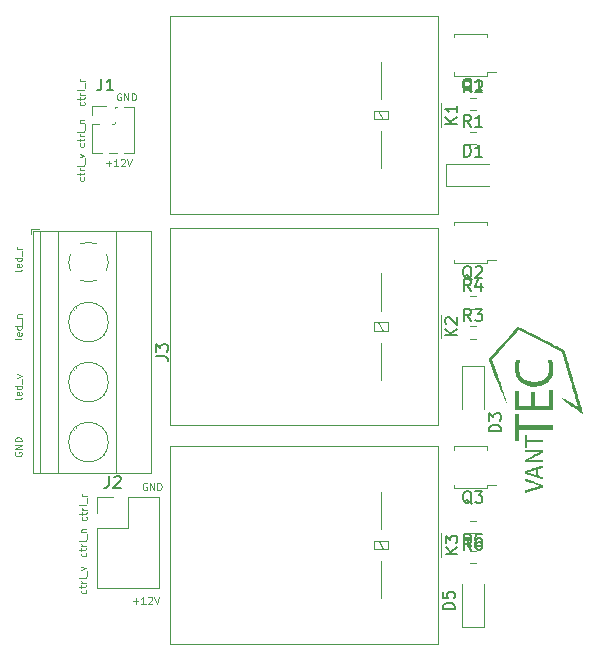
<source format=gbr>
%TF.GenerationSoftware,KiCad,Pcbnew,(6.0.4)*%
%TF.CreationDate,2022-03-29T09:37:11-06:00*%
%TF.ProjectId,luces_status,6c756365-735f-4737-9461-7475732e6b69,rev?*%
%TF.SameCoordinates,Original*%
%TF.FileFunction,Legend,Top*%
%TF.FilePolarity,Positive*%
%FSLAX46Y46*%
G04 Gerber Fmt 4.6, Leading zero omitted, Abs format (unit mm)*
G04 Created by KiCad (PCBNEW (6.0.4)) date 2022-03-29 09:37:11*
%MOMM*%
%LPD*%
G01*
G04 APERTURE LIST*
%ADD10C,0.075000*%
%ADD11C,0.150000*%
%ADD12C,0.120000*%
G04 APERTURE END LIST*
D10*
X162840622Y-66399998D02*
X162869193Y-66457141D01*
X162869193Y-66571426D01*
X162840622Y-66628569D01*
X162812050Y-66657141D01*
X162754907Y-66685712D01*
X162583479Y-66685712D01*
X162526336Y-66657141D01*
X162497765Y-66628569D01*
X162469193Y-66571426D01*
X162469193Y-66457141D01*
X162497765Y-66399998D01*
X162469193Y-66228569D02*
X162469193Y-65999998D01*
X162269193Y-66142855D02*
X162783479Y-66142855D01*
X162840622Y-66114284D01*
X162869193Y-66057141D01*
X162869193Y-65999998D01*
X162869193Y-65799998D02*
X162469193Y-65799998D01*
X162583479Y-65799998D02*
X162526336Y-65771426D01*
X162497765Y-65742855D01*
X162469193Y-65685712D01*
X162469193Y-65628569D01*
X162869193Y-65342855D02*
X162840622Y-65399998D01*
X162783479Y-65428569D01*
X162269193Y-65428569D01*
X162926336Y-65257141D02*
X162926336Y-64799998D01*
X162869193Y-64657141D02*
X162469193Y-64657141D01*
X162583479Y-64657141D02*
X162526336Y-64628569D01*
X162497765Y-64599998D01*
X162469193Y-64542855D01*
X162469193Y-64485712D01*
X162802857Y-72583571D02*
X162831428Y-72640714D01*
X162831428Y-72755000D01*
X162802857Y-72812142D01*
X162774285Y-72840714D01*
X162717142Y-72869285D01*
X162545714Y-72869285D01*
X162488571Y-72840714D01*
X162460000Y-72812142D01*
X162431428Y-72755000D01*
X162431428Y-72640714D01*
X162460000Y-72583571D01*
X162431428Y-72412142D02*
X162431428Y-72183571D01*
X162231428Y-72326428D02*
X162745714Y-72326428D01*
X162802857Y-72297857D01*
X162831428Y-72240714D01*
X162831428Y-72183571D01*
X162831428Y-71983571D02*
X162431428Y-71983571D01*
X162545714Y-71983571D02*
X162488571Y-71955000D01*
X162460000Y-71926428D01*
X162431428Y-71869285D01*
X162431428Y-71812142D01*
X162831428Y-71526428D02*
X162802857Y-71583571D01*
X162745714Y-71612142D01*
X162231428Y-71612142D01*
X162888571Y-71440714D02*
X162888571Y-70983571D01*
X162431428Y-70897857D02*
X162831428Y-70755000D01*
X162431428Y-70612142D01*
X164498317Y-36469977D02*
X164955460Y-36469977D01*
X164726888Y-36698548D02*
X164726888Y-36241405D01*
X165555460Y-36698548D02*
X165212602Y-36698548D01*
X165384031Y-36698548D02*
X165384031Y-36098548D01*
X165326888Y-36184262D01*
X165269745Y-36241405D01*
X165212602Y-36269977D01*
X165784031Y-36155691D02*
X165812602Y-36127120D01*
X165869745Y-36098548D01*
X166012602Y-36098548D01*
X166069745Y-36127120D01*
X166098317Y-36155691D01*
X166126888Y-36212834D01*
X166126888Y-36269977D01*
X166098317Y-36355691D01*
X165755460Y-36698548D01*
X166126888Y-36698548D01*
X166298317Y-36098548D02*
X166498317Y-36698548D01*
X166698317Y-36098548D01*
X157383568Y-45469378D02*
X157354997Y-45526521D01*
X157297854Y-45555092D01*
X156783568Y-45555092D01*
X157354997Y-45012235D02*
X157383568Y-45069378D01*
X157383568Y-45183664D01*
X157354997Y-45240807D01*
X157297854Y-45269378D01*
X157069282Y-45269378D01*
X157012140Y-45240807D01*
X156983568Y-45183664D01*
X156983568Y-45069378D01*
X157012140Y-45012235D01*
X157069282Y-44983664D01*
X157126425Y-44983664D01*
X157183568Y-45269378D01*
X157383568Y-44469378D02*
X156783568Y-44469378D01*
X157354997Y-44469378D02*
X157383568Y-44526521D01*
X157383568Y-44640807D01*
X157354997Y-44697950D01*
X157326425Y-44726521D01*
X157269282Y-44755092D01*
X157097854Y-44755092D01*
X157040711Y-44726521D01*
X157012140Y-44697950D01*
X156983568Y-44640807D01*
X156983568Y-44526521D01*
X157012140Y-44469378D01*
X157440711Y-44326521D02*
X157440711Y-43869378D01*
X157383568Y-43726521D02*
X156983568Y-43726521D01*
X157097854Y-43726521D02*
X157040711Y-43697950D01*
X157012140Y-43669378D01*
X156983568Y-43612235D01*
X156983568Y-43555092D01*
X162802857Y-69451428D02*
X162831428Y-69508571D01*
X162831428Y-69622857D01*
X162802857Y-69680000D01*
X162774285Y-69708571D01*
X162717142Y-69737142D01*
X162545714Y-69737142D01*
X162488571Y-69708571D01*
X162460000Y-69680000D01*
X162431428Y-69622857D01*
X162431428Y-69508571D01*
X162460000Y-69451428D01*
X162431428Y-69280000D02*
X162431428Y-69051428D01*
X162231428Y-69194285D02*
X162745714Y-69194285D01*
X162802857Y-69165714D01*
X162831428Y-69108571D01*
X162831428Y-69051428D01*
X162831428Y-68851428D02*
X162431428Y-68851428D01*
X162545714Y-68851428D02*
X162488571Y-68822857D01*
X162460000Y-68794285D01*
X162431428Y-68737142D01*
X162431428Y-68680000D01*
X162831428Y-68394285D02*
X162802857Y-68451428D01*
X162745714Y-68480000D01*
X162231428Y-68480000D01*
X162888571Y-68308571D02*
X162888571Y-67851428D01*
X162431428Y-67708571D02*
X162831428Y-67708571D01*
X162488571Y-67708571D02*
X162460000Y-67680000D01*
X162431428Y-67622857D01*
X162431428Y-67537142D01*
X162460000Y-67480000D01*
X162517142Y-67451428D01*
X162831428Y-67451428D01*
X165784989Y-30577631D02*
X165727846Y-30549059D01*
X165642132Y-30549059D01*
X165556417Y-30577631D01*
X165499274Y-30634773D01*
X165470703Y-30691916D01*
X165442132Y-30806202D01*
X165442132Y-30891916D01*
X165470703Y-31006202D01*
X165499274Y-31063345D01*
X165556417Y-31120488D01*
X165642132Y-31149059D01*
X165699274Y-31149059D01*
X165784989Y-31120488D01*
X165813560Y-31091916D01*
X165813560Y-30891916D01*
X165699274Y-30891916D01*
X166070703Y-31149059D02*
X166070703Y-30549059D01*
X166413560Y-31149059D01*
X166413560Y-30549059D01*
X166699274Y-31149059D02*
X166699274Y-30549059D01*
X166842132Y-30549059D01*
X166927846Y-30577631D01*
X166984989Y-30634773D01*
X167013560Y-30691916D01*
X167042132Y-30806202D01*
X167042132Y-30891916D01*
X167013560Y-31006202D01*
X166984989Y-31063345D01*
X166927846Y-31120488D01*
X166842132Y-31149059D01*
X166699274Y-31149059D01*
X166801623Y-73526351D02*
X167258766Y-73526351D01*
X167030194Y-73754922D02*
X167030194Y-73297779D01*
X167858766Y-73754922D02*
X167515908Y-73754922D01*
X167687337Y-73754922D02*
X167687337Y-73154922D01*
X167630194Y-73240636D01*
X167573051Y-73297779D01*
X167515908Y-73326351D01*
X168087337Y-73212065D02*
X168115908Y-73183494D01*
X168173051Y-73154922D01*
X168315908Y-73154922D01*
X168373051Y-73183494D01*
X168401623Y-73212065D01*
X168430194Y-73269208D01*
X168430194Y-73326351D01*
X168401623Y-73412065D01*
X168058766Y-73754922D01*
X168430194Y-73754922D01*
X168601623Y-73154922D02*
X168801623Y-73754922D01*
X169001623Y-73154922D01*
X162659245Y-37658571D02*
X162687816Y-37715714D01*
X162687816Y-37830000D01*
X162659245Y-37887142D01*
X162630673Y-37915714D01*
X162573530Y-37944285D01*
X162402102Y-37944285D01*
X162344959Y-37915714D01*
X162316388Y-37887142D01*
X162287816Y-37830000D01*
X162287816Y-37715714D01*
X162316388Y-37658571D01*
X162287816Y-37487142D02*
X162287816Y-37258571D01*
X162087816Y-37401428D02*
X162602102Y-37401428D01*
X162659245Y-37372857D01*
X162687816Y-37315714D01*
X162687816Y-37258571D01*
X162687816Y-37058571D02*
X162287816Y-37058571D01*
X162402102Y-37058571D02*
X162344959Y-37030000D01*
X162316388Y-37001428D01*
X162287816Y-36944285D01*
X162287816Y-36887142D01*
X162687816Y-36601428D02*
X162659245Y-36658571D01*
X162602102Y-36687142D01*
X162087816Y-36687142D01*
X162744959Y-36515714D02*
X162744959Y-36058571D01*
X162287816Y-35972857D02*
X162687816Y-35830000D01*
X162287816Y-35687142D01*
X156812140Y-60930092D02*
X156783568Y-60987235D01*
X156783568Y-61072950D01*
X156812140Y-61158664D01*
X156869282Y-61215807D01*
X156926425Y-61244378D01*
X157040711Y-61272950D01*
X157126425Y-61272950D01*
X157240711Y-61244378D01*
X157297854Y-61215807D01*
X157354997Y-61158664D01*
X157383568Y-61072950D01*
X157383568Y-61015807D01*
X157354997Y-60930092D01*
X157326425Y-60901521D01*
X157126425Y-60901521D01*
X157126425Y-61015807D01*
X157383568Y-60644378D02*
X156783568Y-60644378D01*
X157383568Y-60301521D01*
X156783568Y-60301521D01*
X157383568Y-60015807D02*
X156783568Y-60015807D01*
X156783568Y-59872950D01*
X156812140Y-59787235D01*
X156869282Y-59730092D01*
X156926425Y-59701521D01*
X157040711Y-59672950D01*
X157126425Y-59672950D01*
X157240711Y-59701521D01*
X157297854Y-59730092D01*
X157354997Y-59787235D01*
X157383568Y-59872950D01*
X157383568Y-60015807D01*
X162646810Y-34783123D02*
X162675381Y-34840266D01*
X162675381Y-34954552D01*
X162646810Y-35011695D01*
X162618238Y-35040266D01*
X162561095Y-35068837D01*
X162389667Y-35068837D01*
X162332524Y-35040266D01*
X162303953Y-35011695D01*
X162275381Y-34954552D01*
X162275381Y-34840266D01*
X162303953Y-34783123D01*
X162275381Y-34611695D02*
X162275381Y-34383123D01*
X162075381Y-34525980D02*
X162589667Y-34525980D01*
X162646810Y-34497409D01*
X162675381Y-34440266D01*
X162675381Y-34383123D01*
X162675381Y-34183123D02*
X162275381Y-34183123D01*
X162389667Y-34183123D02*
X162332524Y-34154552D01*
X162303953Y-34125980D01*
X162275381Y-34068837D01*
X162275381Y-34011695D01*
X162675381Y-33725980D02*
X162646810Y-33783123D01*
X162589667Y-33811695D01*
X162075381Y-33811695D01*
X162732524Y-33640266D02*
X162732524Y-33183123D01*
X162275381Y-33040266D02*
X162675381Y-33040266D01*
X162332524Y-33040266D02*
X162303953Y-33011695D01*
X162275381Y-32954552D01*
X162275381Y-32868837D01*
X162303953Y-32811695D01*
X162361095Y-32783123D01*
X162675381Y-32783123D01*
X157383568Y-56307235D02*
X157354997Y-56364378D01*
X157297854Y-56392950D01*
X156783568Y-56392950D01*
X157354997Y-55850092D02*
X157383568Y-55907235D01*
X157383568Y-56021521D01*
X157354997Y-56078664D01*
X157297854Y-56107235D01*
X157069282Y-56107235D01*
X157012140Y-56078664D01*
X156983568Y-56021521D01*
X156983568Y-55907235D01*
X157012140Y-55850092D01*
X157069282Y-55821521D01*
X157126425Y-55821521D01*
X157183568Y-56107235D01*
X157383568Y-55307235D02*
X156783568Y-55307235D01*
X157354997Y-55307235D02*
X157383568Y-55364378D01*
X157383568Y-55478664D01*
X157354997Y-55535807D01*
X157326425Y-55564378D01*
X157269282Y-55592950D01*
X157097854Y-55592950D01*
X157040711Y-55564378D01*
X157012140Y-55535807D01*
X156983568Y-55478664D01*
X156983568Y-55364378D01*
X157012140Y-55307235D01*
X157440711Y-55164378D02*
X157440711Y-54707235D01*
X156983568Y-54621521D02*
X157383568Y-54478664D01*
X156983568Y-54335807D01*
X162669236Y-31265714D02*
X162697807Y-31322857D01*
X162697807Y-31437142D01*
X162669236Y-31494285D01*
X162640664Y-31522857D01*
X162583521Y-31551428D01*
X162412093Y-31551428D01*
X162354950Y-31522857D01*
X162326379Y-31494285D01*
X162297807Y-31437142D01*
X162297807Y-31322857D01*
X162326379Y-31265714D01*
X162297807Y-31094285D02*
X162297807Y-30865714D01*
X162097807Y-31008571D02*
X162612093Y-31008571D01*
X162669236Y-30980000D01*
X162697807Y-30922857D01*
X162697807Y-30865714D01*
X162697807Y-30665714D02*
X162297807Y-30665714D01*
X162412093Y-30665714D02*
X162354950Y-30637142D01*
X162326379Y-30608571D01*
X162297807Y-30551428D01*
X162297807Y-30494285D01*
X162697807Y-30208571D02*
X162669236Y-30265714D01*
X162612093Y-30294285D01*
X162097807Y-30294285D01*
X162754950Y-30122857D02*
X162754950Y-29665714D01*
X162697807Y-29522857D02*
X162297807Y-29522857D01*
X162412093Y-29522857D02*
X162354950Y-29494285D01*
X162326379Y-29465714D01*
X162297807Y-29408571D01*
X162297807Y-29351428D01*
X167958933Y-63553186D02*
X167901790Y-63524614D01*
X167816076Y-63524614D01*
X167730361Y-63553186D01*
X167673218Y-63610328D01*
X167644647Y-63667471D01*
X167616076Y-63781757D01*
X167616076Y-63867471D01*
X167644647Y-63981757D01*
X167673218Y-64038900D01*
X167730361Y-64096043D01*
X167816076Y-64124614D01*
X167873218Y-64124614D01*
X167958933Y-64096043D01*
X167987504Y-64067471D01*
X167987504Y-63867471D01*
X167873218Y-63867471D01*
X168244647Y-64124614D02*
X168244647Y-63524614D01*
X168587504Y-64124614D01*
X168587504Y-63524614D01*
X168873218Y-64124614D02*
X168873218Y-63524614D01*
X169016076Y-63524614D01*
X169101790Y-63553186D01*
X169158933Y-63610328D01*
X169187504Y-63667471D01*
X169216076Y-63781757D01*
X169216076Y-63867471D01*
X169187504Y-63981757D01*
X169158933Y-64038900D01*
X169101790Y-64096043D01*
X169016076Y-64124614D01*
X168873218Y-64124614D01*
X157383568Y-51270092D02*
X157354997Y-51327235D01*
X157297854Y-51355807D01*
X156783568Y-51355807D01*
X157354997Y-50812950D02*
X157383568Y-50870092D01*
X157383568Y-50984378D01*
X157354997Y-51041521D01*
X157297854Y-51070092D01*
X157069282Y-51070092D01*
X157012140Y-51041521D01*
X156983568Y-50984378D01*
X156983568Y-50870092D01*
X157012140Y-50812950D01*
X157069282Y-50784378D01*
X157126425Y-50784378D01*
X157183568Y-51070092D01*
X157383568Y-50270092D02*
X156783568Y-50270092D01*
X157354997Y-50270092D02*
X157383568Y-50327235D01*
X157383568Y-50441521D01*
X157354997Y-50498664D01*
X157326425Y-50527235D01*
X157269282Y-50555807D01*
X157097854Y-50555807D01*
X157040711Y-50527235D01*
X157012140Y-50498664D01*
X156983568Y-50441521D01*
X156983568Y-50327235D01*
X157012140Y-50270092D01*
X157440711Y-50127235D02*
X157440711Y-49670092D01*
X156983568Y-49527235D02*
X157383568Y-49527235D01*
X157040711Y-49527235D02*
X157012140Y-49498664D01*
X156983568Y-49441521D01*
X156983568Y-49355807D01*
X157012140Y-49298664D01*
X157069282Y-49270092D01*
X157383568Y-49270092D01*
D11*
%TO.C,R4*%
X195413333Y-47282380D02*
X195080000Y-46806190D01*
X194841904Y-47282380D02*
X194841904Y-46282380D01*
X195222857Y-46282380D01*
X195318095Y-46330000D01*
X195365714Y-46377619D01*
X195413333Y-46472857D01*
X195413333Y-46615714D01*
X195365714Y-46710952D01*
X195318095Y-46758571D01*
X195222857Y-46806190D01*
X194841904Y-46806190D01*
X196270476Y-46615714D02*
X196270476Y-47282380D01*
X196032380Y-46234761D02*
X195794285Y-46949047D01*
X196413333Y-46949047D01*
%TO.C,R5*%
X195413333Y-68851337D02*
X195080000Y-68375147D01*
X194841904Y-68851337D02*
X194841904Y-67851337D01*
X195222857Y-67851337D01*
X195318095Y-67898957D01*
X195365714Y-67946576D01*
X195413333Y-68041814D01*
X195413333Y-68184671D01*
X195365714Y-68279909D01*
X195318095Y-68327528D01*
X195222857Y-68375147D01*
X194841904Y-68375147D01*
X196318095Y-67851337D02*
X195841904Y-67851337D01*
X195794285Y-68327528D01*
X195841904Y-68279909D01*
X195937142Y-68232290D01*
X196175238Y-68232290D01*
X196270476Y-68279909D01*
X196318095Y-68327528D01*
X196365714Y-68422766D01*
X196365714Y-68660861D01*
X196318095Y-68756099D01*
X196270476Y-68803718D01*
X196175238Y-68851337D01*
X195937142Y-68851337D01*
X195841904Y-68803718D01*
X195794285Y-68756099D01*
%TO.C,K1*%
X194237380Y-33108339D02*
X193237380Y-33108339D01*
X194237380Y-32536910D02*
X193665952Y-32965482D01*
X193237380Y-32536910D02*
X193808809Y-33108339D01*
X194237380Y-31584529D02*
X194237380Y-32155958D01*
X194237380Y-31870244D02*
X193237380Y-31870244D01*
X193380238Y-31965482D01*
X193475476Y-32060720D01*
X193523095Y-32155958D01*
%TO.C,K3*%
X194261595Y-69519483D02*
X193261595Y-69519483D01*
X194261595Y-68948054D02*
X193690167Y-69376626D01*
X193261595Y-68948054D02*
X193833024Y-69519483D01*
X193261595Y-68614721D02*
X193261595Y-67995673D01*
X193642548Y-68329007D01*
X193642548Y-68186149D01*
X193690167Y-68090911D01*
X193737786Y-68043292D01*
X193833024Y-67995673D01*
X194071119Y-67995673D01*
X194166357Y-68043292D01*
X194213976Y-68090911D01*
X194261595Y-68186149D01*
X194261595Y-68471864D01*
X194213976Y-68567102D01*
X194166357Y-68614721D01*
%TO.C,D3*%
X197937380Y-59158095D02*
X196937380Y-59158095D01*
X196937380Y-58920000D01*
X196985000Y-58777142D01*
X197080238Y-58681904D01*
X197175476Y-58634285D01*
X197365952Y-58586666D01*
X197508809Y-58586666D01*
X197699285Y-58634285D01*
X197794523Y-58681904D01*
X197889761Y-58777142D01*
X197937380Y-58920000D01*
X197937380Y-59158095D01*
X196937380Y-58253333D02*
X196937380Y-57634285D01*
X197318333Y-57967619D01*
X197318333Y-57824761D01*
X197365952Y-57729523D01*
X197413571Y-57681904D01*
X197508809Y-57634285D01*
X197746904Y-57634285D01*
X197842142Y-57681904D01*
X197889761Y-57729523D01*
X197937380Y-57824761D01*
X197937380Y-58110476D01*
X197889761Y-58205714D01*
X197842142Y-58253333D01*
%TO.C,J3*%
X168742380Y-52788333D02*
X169456666Y-52788333D01*
X169599523Y-52835952D01*
X169694761Y-52931190D01*
X169742380Y-53074047D01*
X169742380Y-53169285D01*
X168742380Y-52407380D02*
X168742380Y-51788333D01*
X169123333Y-52121666D01*
X169123333Y-51978809D01*
X169170952Y-51883571D01*
X169218571Y-51835952D01*
X169313809Y-51788333D01*
X169551904Y-51788333D01*
X169647142Y-51835952D01*
X169694761Y-51883571D01*
X169742380Y-51978809D01*
X169742380Y-52264523D01*
X169694761Y-52359761D01*
X169647142Y-52407380D01*
%TO.C,R2*%
X195413333Y-30471207D02*
X195080000Y-29995017D01*
X194841904Y-30471207D02*
X194841904Y-29471207D01*
X195222857Y-29471207D01*
X195318095Y-29518827D01*
X195365714Y-29566446D01*
X195413333Y-29661684D01*
X195413333Y-29804541D01*
X195365714Y-29899779D01*
X195318095Y-29947398D01*
X195222857Y-29995017D01*
X194841904Y-29995017D01*
X195794285Y-29566446D02*
X195841904Y-29518827D01*
X195937142Y-29471207D01*
X196175238Y-29471207D01*
X196270476Y-29518827D01*
X196318095Y-29566446D01*
X196365714Y-29661684D01*
X196365714Y-29756922D01*
X196318095Y-29899779D01*
X195746666Y-30471207D01*
X196365714Y-30471207D01*
%TO.C,J2*%
X164766666Y-62952380D02*
X164766666Y-63666666D01*
X164719047Y-63809523D01*
X164623809Y-63904761D01*
X164480952Y-63952380D01*
X164385714Y-63952380D01*
X165195238Y-63047619D02*
X165242857Y-63000000D01*
X165338095Y-62952380D01*
X165576190Y-62952380D01*
X165671428Y-63000000D01*
X165719047Y-63047619D01*
X165766666Y-63142857D01*
X165766666Y-63238095D01*
X165719047Y-63380952D01*
X165147619Y-63952380D01*
X165766666Y-63952380D01*
%TO.C,Q1*%
X195484761Y-30387863D02*
X195389523Y-30340244D01*
X195294285Y-30245005D01*
X195151428Y-30102148D01*
X195056190Y-30054529D01*
X194960952Y-30054529D01*
X195008571Y-30292624D02*
X194913333Y-30245005D01*
X194818095Y-30149767D01*
X194770476Y-29959291D01*
X194770476Y-29625958D01*
X194818095Y-29435482D01*
X194913333Y-29340244D01*
X195008571Y-29292624D01*
X195199047Y-29292624D01*
X195294285Y-29340244D01*
X195389523Y-29435482D01*
X195437142Y-29625958D01*
X195437142Y-29959291D01*
X195389523Y-30149767D01*
X195294285Y-30245005D01*
X195199047Y-30292624D01*
X195008571Y-30292624D01*
X196389523Y-30292624D02*
X195818095Y-30292624D01*
X196103809Y-30292624D02*
X196103809Y-29292624D01*
X196008571Y-29435482D01*
X195913333Y-29530720D01*
X195818095Y-29578339D01*
%TO.C,R1*%
X195413333Y-33365039D02*
X195080000Y-32888849D01*
X194841904Y-33365039D02*
X194841904Y-32365039D01*
X195222857Y-32365039D01*
X195318095Y-32412659D01*
X195365714Y-32460278D01*
X195413333Y-32555516D01*
X195413333Y-32698373D01*
X195365714Y-32793611D01*
X195318095Y-32841230D01*
X195222857Y-32888849D01*
X194841904Y-32888849D01*
X196365714Y-33365039D02*
X195794285Y-33365039D01*
X196080000Y-33365039D02*
X196080000Y-32365039D01*
X195984761Y-32507897D01*
X195889523Y-32603135D01*
X195794285Y-32650754D01*
%TO.C,D5*%
X194032380Y-74247052D02*
X193032380Y-74247052D01*
X193032380Y-74008957D01*
X193080000Y-73866099D01*
X193175238Y-73770861D01*
X193270476Y-73723242D01*
X193460952Y-73675623D01*
X193603809Y-73675623D01*
X193794285Y-73723242D01*
X193889523Y-73770861D01*
X193984761Y-73866099D01*
X194032380Y-74008957D01*
X194032380Y-74247052D01*
X193032380Y-72770861D02*
X193032380Y-73247052D01*
X193508571Y-73294671D01*
X193460952Y-73247052D01*
X193413333Y-73151814D01*
X193413333Y-72913718D01*
X193460952Y-72818480D01*
X193508571Y-72770861D01*
X193603809Y-72723242D01*
X193841904Y-72723242D01*
X193937142Y-72770861D01*
X193984761Y-72818480D01*
X194032380Y-72913718D01*
X194032380Y-73151814D01*
X193984761Y-73247052D01*
X193937142Y-73294671D01*
%TO.C,Q2*%
X195484761Y-46277619D02*
X195389523Y-46230000D01*
X195294285Y-46134761D01*
X195151428Y-45991904D01*
X195056190Y-45944285D01*
X194960952Y-45944285D01*
X195008571Y-46182380D02*
X194913333Y-46134761D01*
X194818095Y-46039523D01*
X194770476Y-45849047D01*
X194770476Y-45515714D01*
X194818095Y-45325238D01*
X194913333Y-45230000D01*
X195008571Y-45182380D01*
X195199047Y-45182380D01*
X195294285Y-45230000D01*
X195389523Y-45325238D01*
X195437142Y-45515714D01*
X195437142Y-45849047D01*
X195389523Y-46039523D01*
X195294285Y-46134761D01*
X195199047Y-46182380D01*
X195008571Y-46182380D01*
X195818095Y-45277619D02*
X195865714Y-45230000D01*
X195960952Y-45182380D01*
X196199047Y-45182380D01*
X196294285Y-45230000D01*
X196341904Y-45277619D01*
X196389523Y-45372857D01*
X196389523Y-45468095D01*
X196341904Y-45610952D01*
X195770476Y-46182380D01*
X196389523Y-46182380D01*
%TO.C,Q3*%
X195484761Y-65306576D02*
X195389523Y-65258957D01*
X195294285Y-65163718D01*
X195151428Y-65020861D01*
X195056190Y-64973242D01*
X194960952Y-64973242D01*
X195008571Y-65211337D02*
X194913333Y-65163718D01*
X194818095Y-65068480D01*
X194770476Y-64878004D01*
X194770476Y-64544671D01*
X194818095Y-64354195D01*
X194913333Y-64258957D01*
X195008571Y-64211337D01*
X195199047Y-64211337D01*
X195294285Y-64258957D01*
X195389523Y-64354195D01*
X195437142Y-64544671D01*
X195437142Y-64878004D01*
X195389523Y-65068480D01*
X195294285Y-65163718D01*
X195199047Y-65211337D01*
X195008571Y-65211337D01*
X195770476Y-64211337D02*
X196389523Y-64211337D01*
X196056190Y-64592290D01*
X196199047Y-64592290D01*
X196294285Y-64639909D01*
X196341904Y-64687528D01*
X196389523Y-64782766D01*
X196389523Y-65020861D01*
X196341904Y-65116099D01*
X196294285Y-65163718D01*
X196199047Y-65211337D01*
X195913333Y-65211337D01*
X195818095Y-65163718D01*
X195770476Y-65116099D01*
%TO.C,R6*%
X195413333Y-69171337D02*
X195080000Y-68695147D01*
X194841904Y-69171337D02*
X194841904Y-68171337D01*
X195222857Y-68171337D01*
X195318095Y-68218957D01*
X195365714Y-68266576D01*
X195413333Y-68361814D01*
X195413333Y-68504671D01*
X195365714Y-68599909D01*
X195318095Y-68647528D01*
X195222857Y-68695147D01*
X194841904Y-68695147D01*
X196270476Y-68171337D02*
X196080000Y-68171337D01*
X195984761Y-68218957D01*
X195937142Y-68266576D01*
X195841904Y-68409433D01*
X195794285Y-68599909D01*
X195794285Y-68980861D01*
X195841904Y-69076099D01*
X195889523Y-69123718D01*
X195984761Y-69171337D01*
X196175238Y-69171337D01*
X196270476Y-69123718D01*
X196318095Y-69076099D01*
X196365714Y-68980861D01*
X196365714Y-68742766D01*
X196318095Y-68647528D01*
X196270476Y-68599909D01*
X196175238Y-68552290D01*
X195984761Y-68552290D01*
X195889523Y-68599909D01*
X195841904Y-68647528D01*
X195794285Y-68742766D01*
%TO.C,D1*%
X194841904Y-35902624D02*
X194841904Y-34902624D01*
X195080000Y-34902624D01*
X195222857Y-34950244D01*
X195318095Y-35045482D01*
X195365714Y-35140720D01*
X195413333Y-35331196D01*
X195413333Y-35474053D01*
X195365714Y-35664529D01*
X195318095Y-35759767D01*
X195222857Y-35855005D01*
X195080000Y-35902624D01*
X194841904Y-35902624D01*
X196365714Y-35902624D02*
X195794285Y-35902624D01*
X196080000Y-35902624D02*
X196080000Y-34902624D01*
X195984761Y-35045482D01*
X195889523Y-35140720D01*
X195794285Y-35188339D01*
%TO.C,J1*%
X164131666Y-29297380D02*
X164131666Y-30011666D01*
X164084047Y-30154523D01*
X163988809Y-30249761D01*
X163845952Y-30297380D01*
X163750714Y-30297380D01*
X165131666Y-30297380D02*
X164560238Y-30297380D01*
X164845952Y-30297380D02*
X164845952Y-29297380D01*
X164750714Y-29440238D01*
X164655476Y-29535476D01*
X164560238Y-29583095D01*
%TO.C,K2*%
X194237380Y-51033095D02*
X193237380Y-51033095D01*
X194237380Y-50461666D02*
X193665952Y-50890238D01*
X193237380Y-50461666D02*
X193808809Y-51033095D01*
X193332619Y-50080714D02*
X193285000Y-50033095D01*
X193237380Y-49937857D01*
X193237380Y-49699761D01*
X193285000Y-49604523D01*
X193332619Y-49556904D01*
X193427857Y-49509285D01*
X193523095Y-49509285D01*
X193665952Y-49556904D01*
X194237380Y-50128333D01*
X194237380Y-49509285D01*
%TO.C,R3*%
X195413333Y-49822380D02*
X195080000Y-49346190D01*
X194841904Y-49822380D02*
X194841904Y-48822380D01*
X195222857Y-48822380D01*
X195318095Y-48870000D01*
X195365714Y-48917619D01*
X195413333Y-49012857D01*
X195413333Y-49155714D01*
X195365714Y-49250952D01*
X195318095Y-49298571D01*
X195222857Y-49346190D01*
X194841904Y-49346190D01*
X195746666Y-48822380D02*
X196365714Y-48822380D01*
X196032380Y-49203333D01*
X196175238Y-49203333D01*
X196270476Y-49250952D01*
X196318095Y-49298571D01*
X196365714Y-49393809D01*
X196365714Y-49631904D01*
X196318095Y-49727142D01*
X196270476Y-49774761D01*
X196175238Y-49822380D01*
X195889523Y-49822380D01*
X195794285Y-49774761D01*
X195746666Y-49727142D01*
D12*
%TO.C,R4*%
X195342742Y-48782500D02*
X195817258Y-48782500D01*
X195342742Y-47737500D02*
X195817258Y-47737500D01*
%TO.C,R5*%
X195342742Y-69306457D02*
X195817258Y-69306457D01*
X195342742Y-70351457D02*
X195817258Y-70351457D01*
%TO.C,K1*%
X187785000Y-27870244D02*
X187785000Y-31020244D01*
X192895000Y-31370244D02*
X192895000Y-33370244D01*
X192635000Y-24020244D02*
X169935000Y-24020244D01*
X187185000Y-32720244D02*
X188385000Y-32720244D01*
X192635000Y-40720244D02*
X192635000Y-24020244D01*
X169935000Y-40720244D02*
X192635000Y-40720244D01*
X187785000Y-33720244D02*
X187785000Y-36870244D01*
X187585000Y-32020244D02*
X187985000Y-32720244D01*
X169935000Y-24020244D02*
X169935000Y-40720244D01*
X187185000Y-32020244D02*
X187185000Y-32720244D01*
X188385000Y-32020244D02*
X187185000Y-32020244D01*
X188385000Y-32720244D02*
X188385000Y-32020244D01*
%TO.C,K3*%
X187809215Y-64281388D02*
X187809215Y-67431388D01*
X187209215Y-69131388D02*
X188409215Y-69131388D01*
X169959215Y-60431388D02*
X169959215Y-77131388D01*
X192919215Y-67781388D02*
X192919215Y-69781388D01*
X169959215Y-77131388D02*
X192659215Y-77131388D01*
X187609215Y-68431388D02*
X188009215Y-69131388D01*
X188409215Y-68431388D02*
X187209215Y-68431388D01*
X187209215Y-68431388D02*
X187209215Y-69131388D01*
X188409215Y-69131388D02*
X188409215Y-68431388D01*
X187809215Y-70131388D02*
X187809215Y-73281388D01*
X192659215Y-60431388D02*
X169959215Y-60431388D01*
X192659215Y-77131388D02*
X192659215Y-60431388D01*
%TO.C,D3*%
X196530000Y-53620000D02*
X196530000Y-57280000D01*
X194630000Y-53620000D02*
X194630000Y-57280000D01*
X196530000Y-53620000D02*
X194630000Y-53620000D01*
%TO.C,J3*%
X164099000Y-61350000D02*
X164053000Y-61303000D01*
X164305000Y-61145000D02*
X164269000Y-61110000D01*
X164305000Y-56065000D02*
X164269000Y-56030000D01*
X162007000Y-48688000D02*
X161961000Y-48641000D01*
X161791000Y-53961000D02*
X161756000Y-53926000D01*
X168291000Y-42235000D02*
X158370000Y-42235000D01*
X160430000Y-42235000D02*
X160430000Y-62675000D01*
X161791000Y-59041000D02*
X161756000Y-59006000D01*
X168291000Y-42235000D02*
X168291000Y-62675000D01*
X162007000Y-53768000D02*
X161961000Y-53721000D01*
X164099000Y-51190000D02*
X164053000Y-51143000D01*
X165331000Y-42235000D02*
X165331000Y-62675000D01*
X158930000Y-42235000D02*
X158930000Y-62675000D01*
X164305000Y-50985000D02*
X164269000Y-50950000D01*
X161791000Y-48881000D02*
X161756000Y-48846000D01*
X158370000Y-42235000D02*
X158370000Y-62675000D01*
X168291000Y-62675000D02*
X158370000Y-62675000D01*
X162007000Y-58848000D02*
X161961000Y-58801000D01*
X164099000Y-56270000D02*
X164053000Y-56223000D01*
X158870000Y-41995000D02*
X158130000Y-41995000D01*
X158130000Y-41995000D02*
X158130000Y-42495000D01*
X163714000Y-43300000D02*
G75*
G03*
X162346958Y-43299573I-684001J-1534993D01*
G01*
X161495000Y-44151000D02*
G75*
G03*
X161349747Y-44863805I1535001J-683999D01*
G01*
X164565000Y-45519000D02*
G75*
G03*
X164565427Y-44151958I-1534993J684001D01*
G01*
X162346000Y-46370001D02*
G75*
G03*
X163713042Y-46370427I684000J1535001D01*
G01*
X161350000Y-44835000D02*
G75*
G03*
X161495244Y-45518318I1680000J0D01*
G01*
X164710000Y-54995000D02*
G75*
G03*
X164710000Y-54995000I-1680000J0D01*
G01*
X164710000Y-49915000D02*
G75*
G03*
X164710000Y-49915000I-1680000J0D01*
G01*
X164710000Y-60075000D02*
G75*
G03*
X164710000Y-60075000I-1680000J0D01*
G01*
%TO.C,R2*%
X195342742Y-31971327D02*
X195817258Y-31971327D01*
X195342742Y-30926327D02*
X195817258Y-30926327D01*
%TO.C,J2*%
X163770000Y-64710000D02*
X165100000Y-64710000D01*
X166370000Y-64710000D02*
X168970000Y-64710000D01*
X163770000Y-72450000D02*
X168970000Y-72450000D01*
X163770000Y-67310000D02*
X166370000Y-67310000D01*
X168970000Y-64710000D02*
X168970000Y-72450000D01*
X163770000Y-66040000D02*
X163770000Y-64710000D01*
X163770000Y-67310000D02*
X163770000Y-72450000D01*
X166370000Y-67310000D02*
X166370000Y-64710000D01*
%TO.C,Q1*%
X196800000Y-29060244D02*
X196800000Y-28765244D01*
X193960000Y-29060244D02*
X196800000Y-29060244D01*
X193960000Y-28765244D02*
X193960000Y-29060244D01*
X193960000Y-25520244D02*
X193960000Y-25815244D01*
X197530000Y-28765244D02*
X196800000Y-28765244D01*
X196800000Y-25815244D02*
X196800000Y-25520244D01*
X196800000Y-25520244D02*
X193960000Y-25520244D01*
%TO.C,R1*%
X195342742Y-34865159D02*
X195817258Y-34865159D01*
X195342742Y-33820159D02*
X195817258Y-33820159D01*
%TO.C,G\u002A\u002A\u002A*%
G36*
X200022959Y-63155629D02*
G01*
X200039224Y-63160547D01*
X200081689Y-63174350D01*
X200147620Y-63196126D01*
X200234283Y-63224963D01*
X200338946Y-63259947D01*
X200458875Y-63300165D01*
X200591335Y-63344707D01*
X200733594Y-63392658D01*
X200790457Y-63411855D01*
X201546501Y-63667211D01*
X201555441Y-63886151D01*
X201436419Y-63923613D01*
X201396236Y-63936148D01*
X201330606Y-63956481D01*
X201243286Y-63983456D01*
X201138032Y-64015914D01*
X201018603Y-64052697D01*
X200888755Y-64092646D01*
X200752245Y-64134604D01*
X200683542Y-64155705D01*
X200549797Y-64196801D01*
X200424788Y-64235269D01*
X200311602Y-64270154D01*
X200213328Y-64300501D01*
X200133053Y-64325358D01*
X200073864Y-64343769D01*
X200038850Y-64354780D01*
X200030596Y-64357488D01*
X200020050Y-64352852D01*
X200013964Y-64326592D01*
X200011600Y-64274815D01*
X200011504Y-64256739D01*
X200011504Y-64148836D01*
X200122237Y-64116186D01*
X200167844Y-64102686D01*
X200237236Y-64082075D01*
X200324931Y-64055986D01*
X200425446Y-64026051D01*
X200533297Y-63993902D01*
X200613535Y-63969965D01*
X200727626Y-63936187D01*
X200842441Y-63902681D01*
X200951507Y-63871300D01*
X201048351Y-63843899D01*
X201126498Y-63822330D01*
X201163125Y-63812595D01*
X201332151Y-63768796D01*
X201263679Y-63751212D01*
X201198034Y-63733756D01*
X201123035Y-63712602D01*
X201035476Y-63686770D01*
X200932151Y-63655283D01*
X200809854Y-63617160D01*
X200665380Y-63571424D01*
X200495521Y-63517097D01*
X200473530Y-63510034D01*
X200011504Y-63361589D01*
X200011504Y-63258174D01*
X200013047Y-63206605D01*
X200017100Y-63169834D01*
X200022793Y-63155627D01*
X200022959Y-63155629D01*
G37*
G36*
X202263236Y-53133119D02*
G01*
X202300142Y-53223224D01*
X202331813Y-53337245D01*
X202357612Y-53468900D01*
X202376899Y-53611907D01*
X202389037Y-53759983D01*
X202393386Y-53906845D01*
X202389310Y-54046210D01*
X202376168Y-54171796D01*
X202371570Y-54199324D01*
X202319984Y-54406076D01*
X202244043Y-54595018D01*
X202144712Y-54765431D01*
X202022958Y-54916591D01*
X201879746Y-55047779D01*
X201716043Y-55158273D01*
X201532813Y-55247350D01*
X201331023Y-55314290D01*
X201111639Y-55358371D01*
X200875626Y-55378872D01*
X200790457Y-55380344D01*
X200550520Y-55367653D01*
X200323925Y-55329927D01*
X200112104Y-55267800D01*
X199916485Y-55181902D01*
X199738498Y-55072867D01*
X199579574Y-54941325D01*
X199441142Y-54787909D01*
X199436474Y-54781875D01*
X199374371Y-54691612D01*
X199312284Y-54584747D01*
X199256496Y-54473176D01*
X199213290Y-54368797D01*
X199204112Y-54341890D01*
X199160649Y-54167988D01*
X199134719Y-53977164D01*
X199126334Y-53777519D01*
X199135505Y-53577152D01*
X199162241Y-53384164D01*
X199202612Y-53219280D01*
X199219997Y-53165555D01*
X199235222Y-53123694D01*
X199245243Y-53102006D01*
X199245848Y-53101260D01*
X199262951Y-53101209D01*
X199302162Y-53107568D01*
X199356146Y-53118604D01*
X199417571Y-53132580D01*
X199479101Y-53147762D01*
X199533403Y-53162415D01*
X199573144Y-53174803D01*
X199590682Y-53182844D01*
X199589168Y-53199415D01*
X199579187Y-53237836D01*
X199562630Y-53291219D01*
X199553248Y-53319131D01*
X199513481Y-53453453D01*
X199489414Y-53584133D01*
X199479586Y-53722215D01*
X199481655Y-53860772D01*
X199490568Y-53985147D01*
X199506421Y-54090117D01*
X199531846Y-54186522D01*
X199569477Y-54285198D01*
X199602026Y-54356306D01*
X199676097Y-54480108D01*
X199773954Y-54597333D01*
X199888837Y-54701120D01*
X200013987Y-54784607D01*
X200035168Y-54795962D01*
X200208096Y-54870416D01*
X200393835Y-54923242D01*
X200587642Y-54954572D01*
X200784775Y-54964535D01*
X200980492Y-54953263D01*
X201170052Y-54920886D01*
X201348711Y-54867535D01*
X201511729Y-54793340D01*
X201578378Y-54753411D01*
X201702123Y-54655692D01*
X201812239Y-54534734D01*
X201904621Y-54396323D01*
X201975164Y-54246244D01*
X202005842Y-54150970D01*
X202021428Y-54070872D01*
X202032560Y-53970142D01*
X202038856Y-53858426D01*
X202039936Y-53745366D01*
X202035418Y-53640605D01*
X202028553Y-53576203D01*
X202014267Y-53498622D01*
X201993187Y-53409601D01*
X201969433Y-53326232D01*
X201965016Y-53312615D01*
X201945886Y-53253511D01*
X201931728Y-53206692D01*
X201924462Y-53178676D01*
X201924102Y-53173639D01*
X201939741Y-53168886D01*
X201978727Y-53158536D01*
X202034732Y-53144239D01*
X202085362Y-53131605D01*
X202242384Y-53092779D01*
X202263236Y-53133119D01*
G37*
G36*
X199522748Y-58633772D02*
G01*
X202348365Y-58633772D01*
X202348365Y-59030886D01*
X199522748Y-59030886D01*
X199522748Y-59947302D01*
X199171456Y-59947302D01*
X199171456Y-57717356D01*
X199522748Y-57717356D01*
X199522748Y-58633772D01*
G37*
G36*
X200724643Y-62981373D02*
G01*
X200597201Y-62940650D01*
X200474443Y-62901474D01*
X200359683Y-62864906D01*
X200256233Y-62832004D01*
X200167407Y-62803828D01*
X200096517Y-62781439D01*
X200046876Y-62765894D01*
X200021798Y-62758255D01*
X200019415Y-62757645D01*
X200015724Y-62743584D01*
X200012952Y-62706244D01*
X200011575Y-62652892D01*
X200011521Y-62640609D01*
X200228847Y-62640609D01*
X200248174Y-62649545D01*
X200291348Y-62662727D01*
X200339659Y-62675985D01*
X200407527Y-62695102D01*
X200493821Y-62720628D01*
X200587966Y-62749376D01*
X200679386Y-62778161D01*
X200688593Y-62781119D01*
X200763903Y-62805239D01*
X200828271Y-62825610D01*
X200876400Y-62840574D01*
X200902994Y-62848474D01*
X200906470Y-62849286D01*
X200908700Y-62834929D01*
X200910573Y-62795518D01*
X200911926Y-62736549D01*
X200912600Y-62663514D01*
X200912646Y-62637694D01*
X200912646Y-62426102D01*
X200603356Y-62522006D01*
X200508362Y-62551293D01*
X200420716Y-62577997D01*
X200345534Y-62600586D01*
X200287929Y-62617526D01*
X200253018Y-62627283D01*
X200248245Y-62628465D01*
X200229994Y-62634166D01*
X200228847Y-62640609D01*
X200011521Y-62640609D01*
X200011504Y-62636701D01*
X200011504Y-62515758D01*
X200106964Y-62484848D01*
X200241442Y-62441358D01*
X200382654Y-62395788D01*
X200527675Y-62349073D01*
X200673583Y-62302149D01*
X200817453Y-62255951D01*
X200956362Y-62211416D01*
X201087386Y-62169478D01*
X201207602Y-62131074D01*
X201314086Y-62097138D01*
X201403914Y-62068607D01*
X201474163Y-62046416D01*
X201521908Y-62031500D01*
X201544228Y-62024795D01*
X201545487Y-62024512D01*
X201549812Y-62038474D01*
X201552914Y-62075126D01*
X201554137Y-62126615D01*
X201554137Y-62231564D01*
X201073019Y-62383964D01*
X201064663Y-62890792D01*
X201221577Y-62939657D01*
X201297307Y-62963328D01*
X201372349Y-62986933D01*
X201435648Y-63006989D01*
X201462496Y-63015581D01*
X201546501Y-63042641D01*
X201551061Y-63146439D01*
X201552228Y-63202892D01*
X201549011Y-63233696D01*
X201540667Y-63243530D01*
X201535787Y-63242663D01*
X201515267Y-63235699D01*
X201469615Y-63220746D01*
X201402144Y-63198862D01*
X201316167Y-63171109D01*
X201214997Y-63138544D01*
X201101946Y-63102229D01*
X200980328Y-63063222D01*
X200906470Y-63039564D01*
X200853456Y-63022583D01*
X200724643Y-62981373D01*
G37*
G36*
X202348365Y-57396610D02*
G01*
X199171456Y-57396610D01*
X199171456Y-55762335D01*
X199522748Y-55762335D01*
X199522748Y-56999497D01*
X200515533Y-56999497D01*
X200515533Y-55838703D01*
X200851552Y-55838703D01*
X200851552Y-56999497D01*
X201997072Y-56999497D01*
X201997072Y-55701241D01*
X202348365Y-55701241D01*
X202348365Y-57396610D01*
G37*
G36*
X200179513Y-59901481D02*
G01*
X201554137Y-59901481D01*
X201554137Y-60100038D01*
X200179513Y-60100038D01*
X200179513Y-60542972D01*
X200011504Y-60542972D01*
X200011504Y-59458547D01*
X200179513Y-59458547D01*
X200179513Y-59901481D01*
G37*
G36*
X199415754Y-50279119D02*
G01*
X199455247Y-50298091D01*
X199518127Y-50329306D01*
X199602554Y-50371808D01*
X199706686Y-50424645D01*
X199828682Y-50486859D01*
X199966699Y-50557497D01*
X200118897Y-50635603D01*
X200283435Y-50720223D01*
X200458470Y-50810401D01*
X200642161Y-50905183D01*
X200832667Y-51003614D01*
X201028146Y-51104738D01*
X201226757Y-51207602D01*
X201426659Y-51311249D01*
X201626009Y-51414725D01*
X201822968Y-51517076D01*
X202015692Y-51617346D01*
X202202341Y-51714579D01*
X202381073Y-51807823D01*
X202550046Y-51896120D01*
X202707420Y-51978517D01*
X202851353Y-52054059D01*
X202980003Y-52121790D01*
X203091529Y-52180756D01*
X203184090Y-52230002D01*
X203255843Y-52268572D01*
X203304948Y-52295513D01*
X203329563Y-52309868D01*
X203331826Y-52311511D01*
X203336965Y-52326722D01*
X203350177Y-52369474D01*
X203370938Y-52437994D01*
X203398727Y-52530509D01*
X203433021Y-52645247D01*
X203473299Y-52780435D01*
X203519037Y-52934301D01*
X203569714Y-53105071D01*
X203624807Y-53290974D01*
X203683795Y-53490237D01*
X203746155Y-53701086D01*
X203811365Y-53921750D01*
X203878903Y-54150455D01*
X203948247Y-54385430D01*
X204018873Y-54624901D01*
X204090262Y-54867096D01*
X204161889Y-55110242D01*
X204233233Y-55352566D01*
X204303772Y-55592297D01*
X204372983Y-55827660D01*
X204440344Y-56056884D01*
X204505334Y-56278196D01*
X204567429Y-56489824D01*
X204626109Y-56689994D01*
X204680849Y-56876934D01*
X204731129Y-57048872D01*
X204776427Y-57204034D01*
X204816219Y-57340648D01*
X204849984Y-57456942D01*
X204877199Y-57551143D01*
X204897343Y-57621478D01*
X204909893Y-57666174D01*
X204914328Y-57683460D01*
X204914330Y-57683522D01*
X204903867Y-57681870D01*
X204895238Y-57677319D01*
X204839620Y-57642810D01*
X204763423Y-57593193D01*
X204670767Y-57531335D01*
X204565771Y-57460105D01*
X204452553Y-57382371D01*
X204335234Y-57301001D01*
X204217931Y-57218862D01*
X204104764Y-57138824D01*
X203999852Y-57063754D01*
X203907314Y-56996521D01*
X203831269Y-56939992D01*
X203784083Y-56903618D01*
X203683604Y-56823706D01*
X203579864Y-56740610D01*
X203475685Y-56656642D01*
X203373886Y-56574113D01*
X203277286Y-56495336D01*
X203188705Y-56422620D01*
X203110963Y-56358279D01*
X203046878Y-56304623D01*
X202999271Y-56263963D01*
X202970962Y-56238612D01*
X202964328Y-56231581D01*
X202970932Y-56229917D01*
X202997911Y-56241280D01*
X203037029Y-56261900D01*
X203077950Y-56284703D01*
X203139347Y-56318688D01*
X203214901Y-56360369D01*
X203298292Y-56406258D01*
X203364059Y-56442370D01*
X203588368Y-56566260D01*
X203786417Y-56677438D01*
X203957977Y-56775771D01*
X204102816Y-56861124D01*
X204220707Y-56933365D01*
X204311418Y-56992358D01*
X204324579Y-57001377D01*
X204383520Y-57041367D01*
X204432831Y-57073322D01*
X204467469Y-57094080D01*
X204482392Y-57100479D01*
X204482499Y-57100400D01*
X204478956Y-57085321D01*
X204467258Y-57042503D01*
X204447861Y-56973515D01*
X204421217Y-56879926D01*
X204387783Y-56763307D01*
X204348012Y-56625226D01*
X204302359Y-56467253D01*
X204251278Y-56290958D01*
X204195225Y-56097911D01*
X204134653Y-55889680D01*
X204070017Y-55667835D01*
X204001772Y-55433946D01*
X203930371Y-55189582D01*
X203856271Y-54936313D01*
X203812940Y-54788362D01*
X203137323Y-52482382D01*
X201304832Y-51524576D01*
X199472341Y-50566769D01*
X199423175Y-50617679D01*
X199394522Y-50648113D01*
X199348572Y-50697907D01*
X199286926Y-50765279D01*
X199211187Y-50848446D01*
X199122957Y-50945627D01*
X199023839Y-51055039D01*
X198915435Y-51174900D01*
X198799347Y-51303427D01*
X198677178Y-51438840D01*
X198550531Y-51579356D01*
X198421007Y-51723192D01*
X198290210Y-51868566D01*
X198159740Y-52013696D01*
X198031202Y-52156801D01*
X197906197Y-52296098D01*
X197786327Y-52429804D01*
X197673196Y-52556138D01*
X197568405Y-52673318D01*
X197473556Y-52779561D01*
X197390253Y-52873085D01*
X197320097Y-52952109D01*
X197264692Y-53014849D01*
X197225638Y-53059524D01*
X197204540Y-53084352D01*
X197201161Y-53088954D01*
X197206361Y-53106108D01*
X197221188Y-53148658D01*
X197244476Y-53213421D01*
X197275064Y-53297215D01*
X197311788Y-53396856D01*
X197353484Y-53509162D01*
X197398990Y-53630950D01*
X197409109Y-53657932D01*
X197457489Y-53786859D01*
X197504328Y-53911687D01*
X197548107Y-54028369D01*
X197587307Y-54132857D01*
X197620410Y-54221104D01*
X197645898Y-54289063D01*
X197662252Y-54332685D01*
X197662839Y-54334253D01*
X197680774Y-54383989D01*
X197706168Y-54457156D01*
X197738235Y-54551340D01*
X197776191Y-54664126D01*
X197819248Y-54793098D01*
X197866623Y-54935842D01*
X197917530Y-55089943D01*
X197971183Y-55252986D01*
X198026797Y-55422556D01*
X198083586Y-55596239D01*
X198140765Y-55771618D01*
X198197548Y-55946280D01*
X198253151Y-56117809D01*
X198306787Y-56283790D01*
X198357672Y-56441809D01*
X198405019Y-56589450D01*
X198448044Y-56724299D01*
X198485961Y-56843940D01*
X198517984Y-56945960D01*
X198543328Y-57027942D01*
X198561208Y-57087471D01*
X198570838Y-57122134D01*
X198572234Y-57130328D01*
X198563939Y-57120287D01*
X198547283Y-57088257D01*
X198525464Y-57040525D01*
X198519174Y-57025930D01*
X198366370Y-56666694D01*
X198225474Y-56334724D01*
X198096180Y-56029284D01*
X197978183Y-55749642D01*
X197871178Y-55495063D01*
X197774859Y-55264812D01*
X197688922Y-55058156D01*
X197613060Y-54874360D01*
X197546970Y-54712689D01*
X197490345Y-54572410D01*
X197442880Y-54452789D01*
X197404271Y-54353091D01*
X197374211Y-54272582D01*
X197371651Y-54265522D01*
X197346405Y-54196150D01*
X197313475Y-54106348D01*
X197274542Y-54000644D01*
X197231289Y-53883565D01*
X197185396Y-53759640D01*
X197138546Y-53633395D01*
X197092421Y-53509359D01*
X197048701Y-53392059D01*
X197009069Y-53286023D01*
X196975206Y-53195779D01*
X196948795Y-53125853D01*
X196933546Y-53086000D01*
X196911501Y-53029087D01*
X198150431Y-51657918D01*
X198308165Y-51483348D01*
X198460277Y-51315001D01*
X198605503Y-51154275D01*
X198742581Y-51002566D01*
X198870249Y-50861273D01*
X198987244Y-50731793D01*
X199092302Y-50615522D01*
X199184163Y-50513859D01*
X199261562Y-50428200D01*
X199323238Y-50359944D01*
X199367927Y-50310487D01*
X199394367Y-50281227D01*
X199401490Y-50273346D01*
X199415754Y-50279119D01*
G37*
G36*
X201554137Y-60906927D02*
G01*
X201489225Y-60943568D01*
X201459898Y-60960403D01*
X201408081Y-60990449D01*
X201337629Y-61031457D01*
X201252397Y-61081181D01*
X201156242Y-61137371D01*
X201053019Y-61197780D01*
X201013056Y-61221191D01*
X200902335Y-61285631D01*
X200791850Y-61349132D01*
X200686592Y-61408883D01*
X200591551Y-61462076D01*
X200511720Y-61505899D01*
X200452088Y-61537543D01*
X200442367Y-61542495D01*
X200282935Y-61622817D01*
X200918536Y-61615328D01*
X201554137Y-61607838D01*
X201554137Y-61795408D01*
X200011504Y-61795408D01*
X200011504Y-61586123D01*
X200473511Y-61312744D01*
X200589134Y-61244691D01*
X200703429Y-61178093D01*
X200811981Y-61115473D01*
X200910379Y-61059353D01*
X200994209Y-61012255D01*
X201059058Y-60976703D01*
X201088538Y-60961186D01*
X201241558Y-60883008D01*
X200011504Y-60898726D01*
X200011504Y-60710982D01*
X201554137Y-60710982D01*
X201554137Y-60906927D01*
G37*
%TO.C,D5*%
X194630000Y-75768957D02*
X194630000Y-72108957D01*
X196530000Y-75768957D02*
X196530000Y-72108957D01*
X194630000Y-75768957D02*
X196530000Y-75768957D01*
%TO.C,Q2*%
X196800000Y-41705000D02*
X196800000Y-41410000D01*
X193960000Y-41410000D02*
X193960000Y-41705000D01*
X193960000Y-44655000D02*
X193960000Y-44950000D01*
X196800000Y-44950000D02*
X196800000Y-44655000D01*
X196800000Y-41410000D02*
X193960000Y-41410000D01*
X197530000Y-44655000D02*
X196800000Y-44655000D01*
X193960000Y-44950000D02*
X196800000Y-44950000D01*
%TO.C,Q3*%
X196800000Y-60733957D02*
X196800000Y-60438957D01*
X197530000Y-63683957D02*
X196800000Y-63683957D01*
X193960000Y-63683957D02*
X193960000Y-63978957D01*
X196800000Y-60438957D02*
X193960000Y-60438957D01*
X196800000Y-63978957D02*
X196800000Y-63683957D01*
X193960000Y-63978957D02*
X196800000Y-63978957D01*
X193960000Y-60438957D02*
X193960000Y-60733957D01*
%TO.C,R6*%
X195817258Y-67811457D02*
X195342742Y-67811457D01*
X195817258Y-66766457D02*
X195342742Y-66766457D01*
%TO.C,D1*%
X193320000Y-38400244D02*
X196980000Y-38400244D01*
X193320000Y-36500244D02*
X196980000Y-36500244D01*
X193320000Y-36500244D02*
X193320000Y-38400244D01*
%TO.C,J1*%
X166052530Y-31690000D02*
X166875000Y-31690000D01*
X163345000Y-31625000D02*
X164475000Y-31625000D01*
X166875000Y-31690000D02*
X166875000Y-35620000D01*
X164782530Y-35620000D02*
X165437470Y-35620000D01*
X163345000Y-33145000D02*
X163345000Y-35620000D01*
X165038471Y-33145000D02*
X165181529Y-33145000D01*
X165235000Y-33091529D02*
X165235000Y-32948471D01*
X166052530Y-35620000D02*
X166875000Y-35620000D01*
X163345000Y-35620000D02*
X164167470Y-35620000D01*
X165235000Y-31690000D02*
X165437470Y-31690000D01*
X163345000Y-33145000D02*
X163911529Y-33145000D01*
X165235000Y-31821529D02*
X165235000Y-31690000D01*
X163345000Y-32385000D02*
X163345000Y-31625000D01*
%TO.C,K2*%
X169935000Y-58645000D02*
X192635000Y-58645000D01*
X188385000Y-49945000D02*
X187185000Y-49945000D01*
X187185000Y-50645000D02*
X188385000Y-50645000D01*
X187785000Y-51645000D02*
X187785000Y-54795000D01*
X188385000Y-50645000D02*
X188385000Y-49945000D01*
X192635000Y-41945000D02*
X169935000Y-41945000D01*
X192635000Y-58645000D02*
X192635000Y-41945000D01*
X187185000Y-49945000D02*
X187185000Y-50645000D01*
X169935000Y-41945000D02*
X169935000Y-58645000D01*
X187585000Y-49945000D02*
X187985000Y-50645000D01*
X187785000Y-45795000D02*
X187785000Y-48945000D01*
X192895000Y-49295000D02*
X192895000Y-51295000D01*
%TO.C,R3*%
X195342742Y-51322500D02*
X195817258Y-51322500D01*
X195342742Y-50277500D02*
X195817258Y-50277500D01*
%TD*%
M02*

</source>
